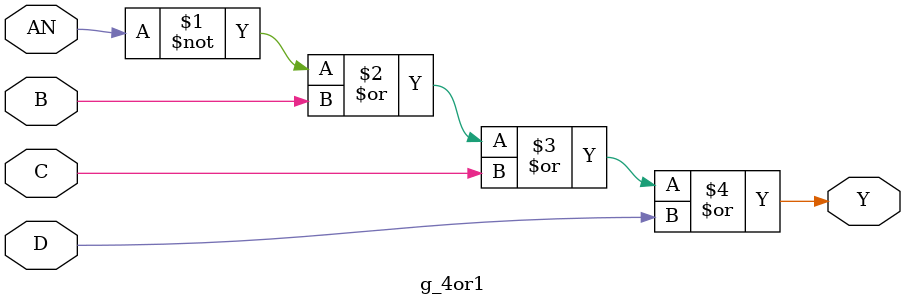
<source format=v>
module g_4or1 (Y, AN, B, C, D);

   input AN, B, C, D;
   output Y;

   or (Y, ~AN, B, C, D);

endmodule // g_4or1

</source>
